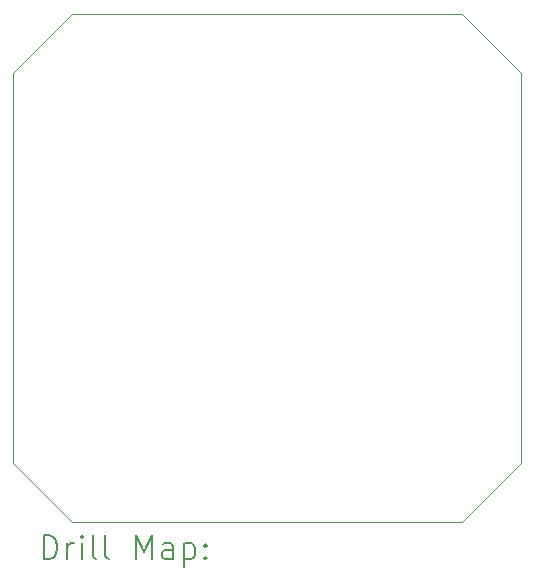
<source format=gbr>
%TF.GenerationSoftware,KiCad,Pcbnew,9.0.1*%
%TF.CreationDate,2025-05-14T09:31:43-05:00*%
%TF.ProjectId,Incipit11,496e6369-7069-4743-9131-2e6b69636164,A*%
%TF.SameCoordinates,Original*%
%TF.FileFunction,Drillmap*%
%TF.FilePolarity,Positive*%
%FSLAX45Y45*%
G04 Gerber Fmt 4.5, Leading zero omitted, Abs format (unit mm)*
G04 Created by KiCad (PCBNEW 9.0.1) date 2025-05-14 09:31:43*
%MOMM*%
%LPD*%
G01*
G04 APERTURE LIST*
%ADD10C,0.050000*%
%ADD11C,0.200000*%
G04 APERTURE END LIST*
D10*
X16225000Y-6830000D02*
X16725000Y-7330000D01*
X16175000Y-11130000D02*
X12975000Y-11130000D01*
X12975000Y-11130000D02*
X12925000Y-11130000D01*
X16725000Y-10630000D02*
X16725000Y-7330000D01*
X12425000Y-10630000D02*
X12425000Y-7330000D01*
X16725000Y-10630000D02*
X16225000Y-11130000D01*
X12925000Y-6830000D02*
X12425000Y-7330000D01*
X16175000Y-11130000D02*
X16225000Y-11130000D01*
X16225000Y-6830000D02*
X12925000Y-6830000D01*
X12425000Y-10630000D02*
X12925000Y-11130000D01*
D11*
X12683277Y-11443984D02*
X12683277Y-11243984D01*
X12683277Y-11243984D02*
X12730896Y-11243984D01*
X12730896Y-11243984D02*
X12759467Y-11253508D01*
X12759467Y-11253508D02*
X12778515Y-11272555D01*
X12778515Y-11272555D02*
X12788039Y-11291603D01*
X12788039Y-11291603D02*
X12797562Y-11329698D01*
X12797562Y-11329698D02*
X12797562Y-11358269D01*
X12797562Y-11358269D02*
X12788039Y-11396365D01*
X12788039Y-11396365D02*
X12778515Y-11415412D01*
X12778515Y-11415412D02*
X12759467Y-11434460D01*
X12759467Y-11434460D02*
X12730896Y-11443984D01*
X12730896Y-11443984D02*
X12683277Y-11443984D01*
X12883277Y-11443984D02*
X12883277Y-11310650D01*
X12883277Y-11348746D02*
X12892801Y-11329698D01*
X12892801Y-11329698D02*
X12902324Y-11320174D01*
X12902324Y-11320174D02*
X12921372Y-11310650D01*
X12921372Y-11310650D02*
X12940420Y-11310650D01*
X13007086Y-11443984D02*
X13007086Y-11310650D01*
X13007086Y-11243984D02*
X12997562Y-11253508D01*
X12997562Y-11253508D02*
X13007086Y-11263031D01*
X13007086Y-11263031D02*
X13016610Y-11253508D01*
X13016610Y-11253508D02*
X13007086Y-11243984D01*
X13007086Y-11243984D02*
X13007086Y-11263031D01*
X13130896Y-11443984D02*
X13111848Y-11434460D01*
X13111848Y-11434460D02*
X13102324Y-11415412D01*
X13102324Y-11415412D02*
X13102324Y-11243984D01*
X13235658Y-11443984D02*
X13216610Y-11434460D01*
X13216610Y-11434460D02*
X13207086Y-11415412D01*
X13207086Y-11415412D02*
X13207086Y-11243984D01*
X13464229Y-11443984D02*
X13464229Y-11243984D01*
X13464229Y-11243984D02*
X13530896Y-11386841D01*
X13530896Y-11386841D02*
X13597562Y-11243984D01*
X13597562Y-11243984D02*
X13597562Y-11443984D01*
X13778515Y-11443984D02*
X13778515Y-11339222D01*
X13778515Y-11339222D02*
X13768991Y-11320174D01*
X13768991Y-11320174D02*
X13749943Y-11310650D01*
X13749943Y-11310650D02*
X13711848Y-11310650D01*
X13711848Y-11310650D02*
X13692801Y-11320174D01*
X13778515Y-11434460D02*
X13759467Y-11443984D01*
X13759467Y-11443984D02*
X13711848Y-11443984D01*
X13711848Y-11443984D02*
X13692801Y-11434460D01*
X13692801Y-11434460D02*
X13683277Y-11415412D01*
X13683277Y-11415412D02*
X13683277Y-11396365D01*
X13683277Y-11396365D02*
X13692801Y-11377317D01*
X13692801Y-11377317D02*
X13711848Y-11367793D01*
X13711848Y-11367793D02*
X13759467Y-11367793D01*
X13759467Y-11367793D02*
X13778515Y-11358269D01*
X13873753Y-11310650D02*
X13873753Y-11510650D01*
X13873753Y-11320174D02*
X13892801Y-11310650D01*
X13892801Y-11310650D02*
X13930896Y-11310650D01*
X13930896Y-11310650D02*
X13949943Y-11320174D01*
X13949943Y-11320174D02*
X13959467Y-11329698D01*
X13959467Y-11329698D02*
X13968991Y-11348746D01*
X13968991Y-11348746D02*
X13968991Y-11405888D01*
X13968991Y-11405888D02*
X13959467Y-11424936D01*
X13959467Y-11424936D02*
X13949943Y-11434460D01*
X13949943Y-11434460D02*
X13930896Y-11443984D01*
X13930896Y-11443984D02*
X13892801Y-11443984D01*
X13892801Y-11443984D02*
X13873753Y-11434460D01*
X14054705Y-11424936D02*
X14064229Y-11434460D01*
X14064229Y-11434460D02*
X14054705Y-11443984D01*
X14054705Y-11443984D02*
X14045182Y-11434460D01*
X14045182Y-11434460D02*
X14054705Y-11424936D01*
X14054705Y-11424936D02*
X14054705Y-11443984D01*
X14054705Y-11320174D02*
X14064229Y-11329698D01*
X14064229Y-11329698D02*
X14054705Y-11339222D01*
X14054705Y-11339222D02*
X14045182Y-11329698D01*
X14045182Y-11329698D02*
X14054705Y-11320174D01*
X14054705Y-11320174D02*
X14054705Y-11339222D01*
M02*

</source>
